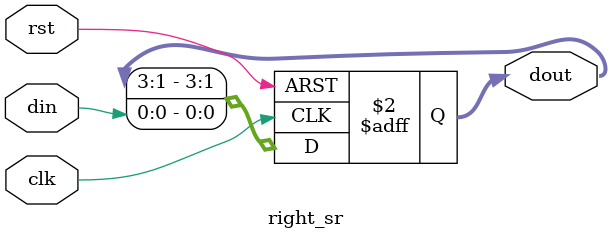
<source format=v>
module right_sr(clk,rst,din,dout);
  input clk,rst,din;
  output reg [3:0] dout;
  always @ (posedge clk or posedge rst)
    begin 
      if (rst)
        begin
          dout <=4'b0000;
        end
      else 
        dout={dout[3:1],din};
    end
endmodule


</source>
